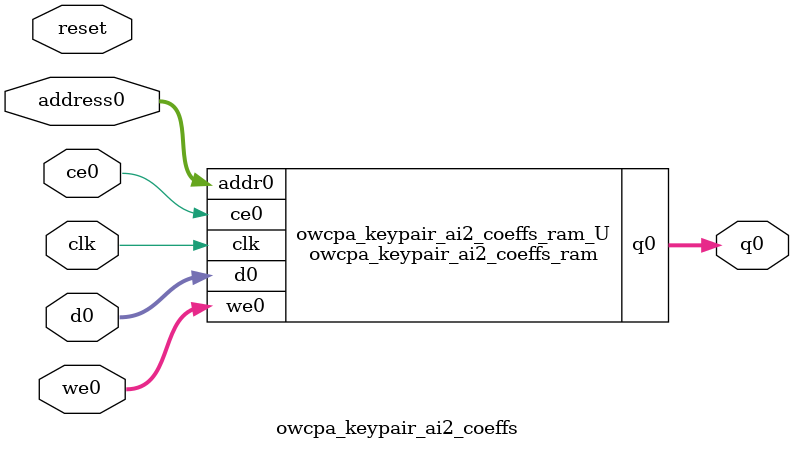
<source format=v>
`timescale 1 ns / 1 ps
module owcpa_keypair_ai2_coeffs_ram (addr0, ce0, d0, we0, q0,  clk);

parameter DWIDTH = 16;
parameter AWIDTH = 10;
parameter MEM_SIZE = 821;
parameter COL_WIDTH = 8;
parameter NUM_COL = (DWIDTH/COL_WIDTH);

input[AWIDTH-1:0] addr0;
input ce0;
input[DWIDTH-1:0] d0;
input [NUM_COL-1:0] we0;
output reg[DWIDTH-1:0] q0;
input clk;

(* ram_style = "block" *)reg [DWIDTH-1:0] ram[0:MEM_SIZE-1];



genvar i;

generate
    for (i=0;i<NUM_COL;i=i+1) begin
        always @(posedge clk) begin
            if (ce0) begin
                if (we0[i]) begin
                    ram[addr0][i*COL_WIDTH +: COL_WIDTH] <= d0[i*COL_WIDTH +: COL_WIDTH]; 
                end
                q0[i*COL_WIDTH +: COL_WIDTH] <= ram[addr0][i*COL_WIDTH +: COL_WIDTH];
            end
        end
    end
endgenerate


endmodule

`timescale 1 ns / 1 ps
module owcpa_keypair_ai2_coeffs(
    reset,
    clk,
    address0,
    ce0,
    we0,
    d0,
    q0);

parameter DataWidth = 32'd16;
parameter AddressRange = 32'd821;
parameter AddressWidth = 32'd10;
input reset;
input clk;
input[AddressWidth - 1:0] address0;
input ce0;
input[DataWidth/8 - 1:0] we0;
input[DataWidth - 1:0] d0;
output[DataWidth - 1:0] q0;



owcpa_keypair_ai2_coeffs_ram owcpa_keypair_ai2_coeffs_ram_U(
    .clk( clk ),
    .addr0( address0 ),
    .ce0( ce0 ),
    .we0( we0 ),
    .d0( d0 ),
    .q0( q0 ));

endmodule


</source>
